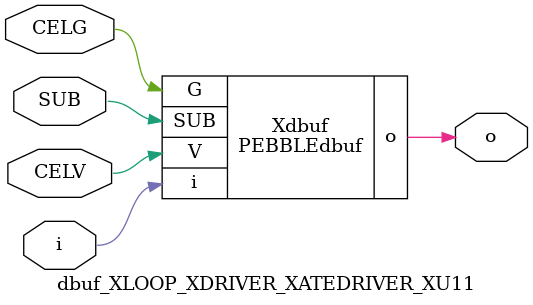
<source format=v>



module PEBBLEdbuf ( o, G, SUB, V, i );

  input V;
  input i;
  input G;
  output o;
  input SUB;
endmodule

//Celera Confidential Do Not Copy dbuf_XLOOP_XDRIVER_XATEDRIVER_XU11
//Celera Confidential Symbol Generator
//Digital Buffer
module dbuf_XLOOP_XDRIVER_XATEDRIVER_XU11 (CELV,CELG,i,o,SUB);
input CELV;
input CELG;
input i;
input SUB;
output o;

//Celera Confidential Do Not Copy dbuf
PEBBLEdbuf Xdbuf(
.V (CELV),
.i (i),
.o (o),
.SUB (SUB),
.G (CELG)
);
//,diesize,PEBBLEdbuf

//Celera Confidential Do Not Copy Module End
//Celera Schematic Generator
endmodule

</source>
